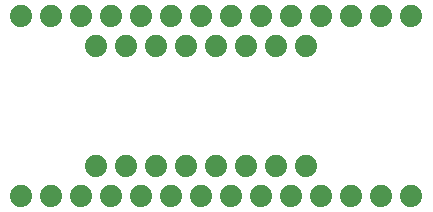
<source format=gbs>
G04 #@! TF.FileFunction,Soldermask,Bot*
%FSLAX46Y46*%
G04 Gerber Fmt 4.6, Leading zero omitted, Abs format (unit mm)*
G04 Created by KiCad (PCBNEW 4.0.1-3.201512221402+6198~38~ubuntu14.04.1-stable) date Wed 17 Aug 2016 03:48:48 PM PDT*
%MOMM*%
G01*
G04 APERTURE LIST*
%ADD10C,0.100000*%
%ADD11C,1.879600*%
G04 APERTURE END LIST*
D10*
D11*
X119126000Y-90932000D03*
X121666000Y-90932000D03*
X124206000Y-90932000D03*
X126746000Y-90932000D03*
X129286000Y-90932000D03*
X131826000Y-90932000D03*
X134366000Y-90932000D03*
X136906000Y-90932000D03*
X139446000Y-90932000D03*
X141986000Y-90932000D03*
X144526000Y-90932000D03*
X147066000Y-90932000D03*
X149606000Y-90932000D03*
X152146000Y-90932000D03*
X152146000Y-75692000D03*
X144526000Y-75692000D03*
X124206000Y-75692000D03*
X139446000Y-75692000D03*
X141986000Y-75692000D03*
X121666000Y-75692000D03*
X129286000Y-75692000D03*
X119126000Y-75692000D03*
X131826000Y-75692000D03*
X134366000Y-75692000D03*
X136906000Y-75692000D03*
X126746000Y-75692000D03*
X149606000Y-75692000D03*
X147066000Y-75692000D03*
X143256000Y-88392000D03*
X140716000Y-88392000D03*
X138176000Y-88392000D03*
X135636000Y-88392000D03*
X133096000Y-88392000D03*
X130556000Y-88392000D03*
X128016000Y-88392000D03*
X125476000Y-88392000D03*
X125476000Y-78232000D03*
X128016000Y-78232000D03*
X130556000Y-78232000D03*
X133096000Y-78232000D03*
X135636000Y-78232000D03*
X138176000Y-78232000D03*
X140716000Y-78232000D03*
X143256000Y-78232000D03*
M02*

</source>
